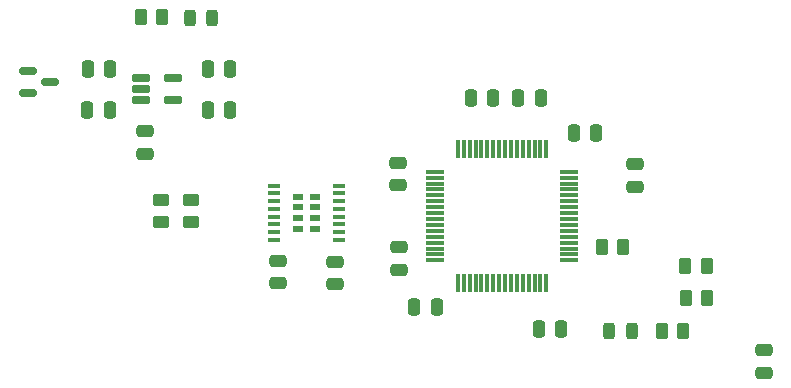
<source format=gbr>
%TF.GenerationSoftware,KiCad,Pcbnew,9.0.2*%
%TF.CreationDate,2025-07-28T19:38:59-05:00*%
%TF.ProjectId,balance_bot,62616c61-6e63-4655-9f62-6f742e6b6963,rev?*%
%TF.SameCoordinates,Original*%
%TF.FileFunction,Paste,Top*%
%TF.FilePolarity,Positive*%
%FSLAX46Y46*%
G04 Gerber Fmt 4.6, Leading zero omitted, Abs format (unit mm)*
G04 Created by KiCad (PCBNEW 9.0.2) date 2025-07-28 19:38:59*
%MOMM*%
%LPD*%
G01*
G04 APERTURE LIST*
G04 Aperture macros list*
%AMRoundRect*
0 Rectangle with rounded corners*
0 $1 Rounding radius*
0 $2 $3 $4 $5 $6 $7 $8 $9 X,Y pos of 4 corners*
0 Add a 4 corners polygon primitive as box body*
4,1,4,$2,$3,$4,$5,$6,$7,$8,$9,$2,$3,0*
0 Add four circle primitives for the rounded corners*
1,1,$1+$1,$2,$3*
1,1,$1+$1,$4,$5*
1,1,$1+$1,$6,$7*
1,1,$1+$1,$8,$9*
0 Add four rect primitives between the rounded corners*
20,1,$1+$1,$2,$3,$4,$5,0*
20,1,$1+$1,$4,$5,$6,$7,0*
20,1,$1+$1,$6,$7,$8,$9,0*
20,1,$1+$1,$8,$9,$2,$3,0*%
G04 Aperture macros list end*
%ADD10RoundRect,0.150000X-0.587500X-0.150000X0.587500X-0.150000X0.587500X0.150000X-0.587500X0.150000X0*%
%ADD11RoundRect,0.250000X-0.475000X0.250000X-0.475000X-0.250000X0.475000X-0.250000X0.475000X0.250000X0*%
%ADD12R,1.050000X0.450000*%
%ADD13R,0.882000X0.537000*%
%ADD14RoundRect,0.250000X0.262500X0.450000X-0.262500X0.450000X-0.262500X-0.450000X0.262500X-0.450000X0*%
%ADD15RoundRect,0.250000X0.475000X-0.250000X0.475000X0.250000X-0.475000X0.250000X-0.475000X-0.250000X0*%
%ADD16RoundRect,0.250000X-0.250000X-0.475000X0.250000X-0.475000X0.250000X0.475000X-0.250000X0.475000X0*%
%ADD17RoundRect,0.250000X0.250000X0.475000X-0.250000X0.475000X-0.250000X-0.475000X0.250000X-0.475000X0*%
%ADD18RoundRect,0.250000X0.450000X-0.262500X0.450000X0.262500X-0.450000X0.262500X-0.450000X-0.262500X0*%
%ADD19RoundRect,0.162500X-0.617500X-0.162500X0.617500X-0.162500X0.617500X0.162500X-0.617500X0.162500X0*%
%ADD20RoundRect,0.250000X-0.262500X-0.450000X0.262500X-0.450000X0.262500X0.450000X-0.262500X0.450000X0*%
%ADD21RoundRect,0.243750X-0.243750X-0.456250X0.243750X-0.456250X0.243750X0.456250X-0.243750X0.456250X0*%
%ADD22RoundRect,0.075000X-0.075000X0.700000X-0.075000X-0.700000X0.075000X-0.700000X0.075000X0.700000X0*%
%ADD23RoundRect,0.075000X-0.700000X0.075000X-0.700000X-0.075000X0.700000X-0.075000X0.700000X0.075000X0*%
%ADD24RoundRect,0.243750X0.243750X0.456250X-0.243750X0.456250X-0.243750X-0.456250X0.243750X-0.456250X0*%
G04 APERTURE END LIST*
D10*
%TO.C,Q1*%
X109937500Y-88500000D03*
X108062500Y-87550000D03*
X108062500Y-89450000D03*
%TD*%
D11*
%TO.C,C16*%
X118033800Y-92674400D03*
X118033800Y-94574400D03*
%TD*%
D12*
%TO.C,U4*%
X128890000Y-97280000D03*
X128890000Y-97930000D03*
X128890000Y-98580000D03*
X128890000Y-99230000D03*
X128890000Y-99880000D03*
X128890000Y-100530000D03*
X128890000Y-101180000D03*
X128890000Y-101830000D03*
X134440000Y-101830000D03*
X134440000Y-101180000D03*
X134440000Y-100530000D03*
X134440000Y-99880000D03*
X134440000Y-99230000D03*
X134440000Y-98580000D03*
X134440000Y-97930000D03*
X134440000Y-97280000D03*
D13*
X130930000Y-98212500D03*
X130930000Y-99107500D03*
X130930000Y-100002500D03*
X130930000Y-100897500D03*
X132400000Y-98212500D03*
X132400000Y-99107500D03*
X132400000Y-100002500D03*
X132400000Y-100897500D03*
%TD*%
D14*
%TO.C,R7*%
X163576000Y-109601000D03*
X161751000Y-109601000D03*
%TD*%
D15*
%TO.C,C1*%
X170408600Y-113116400D03*
X170408600Y-111216400D03*
%TD*%
D16*
%TO.C,C13*%
X123322000Y-87376000D03*
X125222000Y-87376000D03*
%TD*%
D17*
%TO.C,C11*%
X115062000Y-87376000D03*
X113162000Y-87376000D03*
%TD*%
D18*
%TO.C,R5*%
X119380000Y-100330000D03*
X119380000Y-98505000D03*
%TD*%
D19*
%TO.C,U6*%
X117696000Y-88138000D03*
X117696000Y-89088000D03*
X117696000Y-90038000D03*
X120396000Y-90038000D03*
X120396000Y-88138000D03*
%TD*%
D20*
%TO.C,R3*%
X163757600Y-104089200D03*
X165582600Y-104089200D03*
%TD*%
%TO.C,R2*%
X163781100Y-106756200D03*
X165606100Y-106756200D03*
%TD*%
D11*
%TO.C,C4*%
X159500000Y-95440000D03*
X159500000Y-97340000D03*
%TD*%
D21*
%TO.C,D1*%
X121823000Y-83058000D03*
X123698000Y-83058000D03*
%TD*%
D17*
%TO.C,C9*%
X147500000Y-89840000D03*
X145600000Y-89840000D03*
%TD*%
%TO.C,C8*%
X151500000Y-89840000D03*
X149600000Y-89840000D03*
%TD*%
%TO.C,C5*%
X153263600Y-109397800D03*
X151363600Y-109397800D03*
%TD*%
D18*
%TO.C,R1*%
X121920000Y-100330000D03*
X121920000Y-98505000D03*
%TD*%
D11*
%TO.C,C14*%
X129286000Y-103632000D03*
X129286000Y-105532000D03*
%TD*%
D16*
%TO.C,C12*%
X123322000Y-90876000D03*
X125222000Y-90876000D03*
%TD*%
%TO.C,C2*%
X140790000Y-107500000D03*
X142690000Y-107500000D03*
%TD*%
%TO.C,C3*%
X154290000Y-92840000D03*
X156190000Y-92840000D03*
%TD*%
D14*
%TO.C,R6*%
X119483500Y-83002000D03*
X117658500Y-83002000D03*
%TD*%
D22*
%TO.C,U1*%
X151990000Y-94165000D03*
X151490000Y-94165000D03*
X150990000Y-94165000D03*
X150490000Y-94165000D03*
X149990000Y-94165000D03*
X149490000Y-94165000D03*
X148990000Y-94165000D03*
X148490000Y-94165000D03*
X147990000Y-94165000D03*
X147490000Y-94165000D03*
X146990000Y-94165000D03*
X146490000Y-94165000D03*
X145990000Y-94165000D03*
X145490000Y-94165000D03*
X144990000Y-94165000D03*
X144490000Y-94165000D03*
D23*
X142565000Y-96090000D03*
X142565000Y-96590000D03*
X142565000Y-97090000D03*
X142565000Y-97590000D03*
X142565000Y-98090000D03*
X142565000Y-98590000D03*
X142565000Y-99090000D03*
X142565000Y-99590000D03*
X142565000Y-100090000D03*
X142565000Y-100590000D03*
X142565000Y-101090000D03*
X142565000Y-101590000D03*
X142565000Y-102090000D03*
X142565000Y-102590000D03*
X142565000Y-103090000D03*
X142565000Y-103590000D03*
D22*
X144490000Y-105515000D03*
X144990000Y-105515000D03*
X145490000Y-105515000D03*
X145990000Y-105515000D03*
X146490000Y-105515000D03*
X146990000Y-105515000D03*
X147490000Y-105515000D03*
X147990000Y-105515000D03*
X148490000Y-105515000D03*
X148990000Y-105515000D03*
X149490000Y-105515000D03*
X149990000Y-105515000D03*
X150490000Y-105515000D03*
X150990000Y-105515000D03*
X151490000Y-105515000D03*
X151990000Y-105515000D03*
D23*
X153915000Y-103590000D03*
X153915000Y-103090000D03*
X153915000Y-102590000D03*
X153915000Y-102090000D03*
X153915000Y-101590000D03*
X153915000Y-101090000D03*
X153915000Y-100590000D03*
X153915000Y-100090000D03*
X153915000Y-99590000D03*
X153915000Y-99090000D03*
X153915000Y-98590000D03*
X153915000Y-98090000D03*
X153915000Y-97590000D03*
X153915000Y-97090000D03*
X153915000Y-96590000D03*
X153915000Y-96090000D03*
%TD*%
D20*
%TO.C,R4*%
X156675000Y-102500000D03*
X158500000Y-102500000D03*
%TD*%
D17*
%TO.C,C10*%
X115012000Y-90876000D03*
X113112000Y-90876000D03*
%TD*%
D15*
%TO.C,C7*%
X139446000Y-97216000D03*
X139446000Y-95316000D03*
%TD*%
%TO.C,C6*%
X139500000Y-104400000D03*
X139500000Y-102500000D03*
%TD*%
%TO.C,C15*%
X134112000Y-105598000D03*
X134112000Y-103698000D03*
%TD*%
D24*
%TO.C,D2*%
X159207200Y-109575600D03*
X157332200Y-109575600D03*
%TD*%
M02*

</source>
